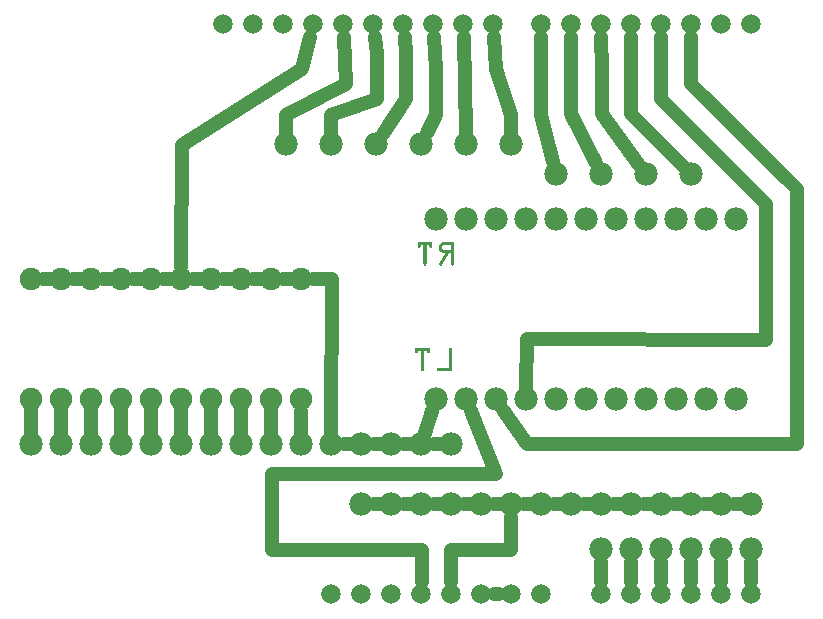
<source format=gbl>
G04 MADE WITH FRITZING*
G04 WWW.FRITZING.ORG*
G04 SINGLE SIDED*
G04 HOLES NOT PLATED*
G04 CONTOUR ON CENTER OF CONTOUR VECTOR*
%ASAXBY*%
%FSLAX23Y23*%
%MOIN*%
%OFA0B0*%
%SFA1.0B1.0*%
%ADD10C,0.075000*%
%ADD11C,0.078000*%
%ADD12C,0.065278*%
%ADD13C,0.048000*%
%ADD14R,0.001000X0.001000*%
%LNCOPPER0*%
G90*
G70*
G54D10*
X1009Y1154D03*
X1009Y754D03*
G54D11*
X959Y1604D03*
X2509Y254D03*
X2409Y254D03*
G54D10*
X609Y1154D03*
X609Y754D03*
X909Y1154D03*
X909Y754D03*
X809Y1154D03*
X809Y754D03*
X709Y1154D03*
X709Y754D03*
X509Y1154D03*
X509Y754D03*
X409Y1154D03*
X409Y754D03*
X309Y1154D03*
X309Y754D03*
X209Y1154D03*
X209Y754D03*
X109Y1154D03*
X109Y754D03*
G54D11*
X2309Y254D03*
X2209Y254D03*
X2109Y254D03*
X2009Y254D03*
X1109Y1604D03*
X1259Y1604D03*
X1409Y1604D03*
X1559Y1604D03*
X1709Y1604D03*
X1859Y1504D03*
X2009Y1504D03*
X2159Y1504D03*
X2309Y1504D03*
X109Y604D03*
X209Y604D03*
X309Y604D03*
X409Y604D03*
X509Y604D03*
X609Y604D03*
X709Y604D03*
X809Y604D03*
X909Y604D03*
X1009Y604D03*
X1109Y604D03*
X1209Y604D03*
X1309Y604D03*
X1409Y604D03*
X1509Y604D03*
X2509Y404D03*
X2409Y404D03*
X2309Y404D03*
X2209Y404D03*
X2109Y404D03*
X2009Y404D03*
X1909Y404D03*
X1809Y404D03*
X1709Y404D03*
X1609Y404D03*
X1509Y404D03*
X1409Y404D03*
X1309Y404D03*
X1209Y404D03*
X2459Y1354D03*
X2359Y1354D03*
X2259Y1354D03*
X2159Y1354D03*
X2059Y1354D03*
X1959Y1354D03*
X1859Y1354D03*
X1759Y1354D03*
X1659Y1354D03*
X1559Y1354D03*
X1459Y1354D03*
X1459Y754D03*
X1559Y754D03*
X1659Y754D03*
X1759Y754D03*
X1859Y754D03*
X1959Y754D03*
X2059Y754D03*
X2159Y754D03*
X2259Y754D03*
X2359Y754D03*
X2459Y754D03*
G54D12*
X2109Y104D03*
X2209Y104D03*
X2309Y104D03*
X2409Y104D03*
X2509Y104D03*
X1649Y2004D03*
X1549Y2004D03*
X1449Y2004D03*
X1349Y2004D03*
X1249Y2004D03*
X1149Y2004D03*
X1049Y2004D03*
X949Y2004D03*
X849Y2004D03*
X749Y2004D03*
X2509Y2004D03*
X2409Y2004D03*
X2309Y2004D03*
X2209Y2004D03*
X2109Y2004D03*
X2009Y2004D03*
X1909Y2004D03*
X1809Y2004D03*
X1209Y104D03*
X1109Y104D03*
X1309Y104D03*
X1409Y104D03*
X1509Y104D03*
X1609Y104D03*
X1709Y104D03*
X1809Y104D03*
X2009Y104D03*
G54D13*
X1410Y253D02*
X1410Y146D01*
D02*
X910Y253D02*
X1410Y253D01*
D02*
X910Y505D02*
X910Y253D01*
D02*
X1658Y505D02*
X910Y505D01*
D02*
X1575Y715D02*
X1658Y505D01*
D02*
X959Y1702D02*
X959Y1645D01*
D02*
X1158Y1804D02*
X959Y1702D01*
D02*
X1151Y1961D02*
X1158Y1804D01*
D02*
X611Y1602D02*
X1011Y1854D01*
D02*
X1011Y1854D02*
X1039Y1963D01*
D02*
X609Y1194D02*
X611Y1602D01*
D02*
X2409Y146D02*
X2409Y213D01*
D02*
X2509Y146D02*
X2509Y213D01*
D02*
X949Y1154D02*
X970Y1154D01*
D02*
X1009Y645D02*
X1009Y714D01*
D02*
X1110Y1155D02*
X1049Y1154D01*
D02*
X1109Y645D02*
X1110Y1155D01*
D02*
X1446Y715D02*
X1422Y643D01*
D02*
X1268Y604D02*
X1251Y604D01*
D02*
X1168Y604D02*
X1151Y604D01*
D02*
X1368Y604D02*
X1351Y604D01*
D02*
X1468Y404D02*
X1451Y404D01*
D02*
X1368Y404D02*
X1351Y404D01*
D02*
X1268Y404D02*
X1251Y404D01*
D02*
X2108Y1704D02*
X2109Y1961D01*
D02*
X2280Y1533D02*
X2108Y1704D01*
D02*
X2010Y1855D02*
X2009Y1961D01*
D02*
X2010Y1704D02*
X2010Y1855D01*
D02*
X2135Y1537D02*
X2010Y1704D01*
D02*
X1908Y1855D02*
X1909Y1961D01*
D02*
X1908Y1704D02*
X1908Y1855D01*
D02*
X1991Y1541D02*
X1908Y1704D01*
D02*
X1809Y1855D02*
X1809Y1961D01*
D02*
X1809Y1702D02*
X1809Y1855D01*
D02*
X1849Y1544D02*
X1809Y1702D01*
D02*
X1658Y1855D02*
X1652Y1961D01*
D02*
X1708Y1702D02*
X1658Y1855D01*
D02*
X1709Y1645D02*
X1708Y1702D01*
D02*
X1558Y1645D02*
X1550Y1961D01*
D02*
X1458Y1855D02*
X1452Y1961D01*
D02*
X1459Y1702D02*
X1458Y1855D01*
D02*
X1428Y1641D02*
X1459Y1702D01*
D02*
X1359Y1904D02*
X1354Y1962D01*
D02*
X1358Y1755D02*
X1359Y1904D01*
D02*
X1282Y1638D02*
X1358Y1755D01*
D02*
X1109Y1702D02*
X1109Y1645D01*
D02*
X1260Y1755D02*
X1109Y1702D01*
D02*
X1261Y1904D02*
X1260Y1755D01*
D02*
X1254Y1962D02*
X1261Y1904D01*
D02*
X1652Y104D02*
X1667Y104D01*
D02*
X1508Y253D02*
X1509Y146D01*
D02*
X1708Y253D02*
X1508Y253D01*
D02*
X1709Y363D02*
X1708Y253D01*
D02*
X2309Y213D02*
X2309Y146D01*
D02*
X2209Y213D02*
X2209Y146D01*
D02*
X149Y1154D02*
X170Y1154D01*
D02*
X249Y1154D02*
X270Y1154D01*
D02*
X349Y1154D02*
X370Y1154D01*
D02*
X449Y1154D02*
X470Y1154D01*
D02*
X549Y1154D02*
X570Y1154D01*
D02*
X649Y1154D02*
X670Y1154D01*
D02*
X749Y1154D02*
X770Y1154D01*
D02*
X849Y1154D02*
X870Y1154D01*
D02*
X1551Y404D02*
X1568Y404D01*
D02*
X1651Y404D02*
X1668Y404D01*
D02*
X1768Y404D02*
X1751Y404D01*
D02*
X1868Y404D02*
X1851Y404D01*
D02*
X1968Y404D02*
X1951Y404D01*
D02*
X2068Y404D02*
X2051Y404D01*
D02*
X2168Y404D02*
X2151Y404D01*
D02*
X2268Y404D02*
X2251Y404D01*
D02*
X2368Y404D02*
X2351Y404D01*
D02*
X2468Y404D02*
X2451Y404D01*
D02*
X2009Y146D02*
X2009Y213D01*
D02*
X2109Y146D02*
X2109Y213D01*
D02*
X2558Y953D02*
X2558Y1405D01*
D02*
X2558Y1405D02*
X2208Y1755D01*
D02*
X2208Y1755D02*
X2209Y1961D01*
D02*
X1760Y955D02*
X2558Y953D01*
D02*
X1759Y795D02*
X1760Y955D01*
D02*
X2660Y604D02*
X2660Y1454D01*
D02*
X2660Y1454D02*
X2308Y1805D01*
D02*
X2308Y1805D02*
X2309Y1961D01*
D02*
X1760Y604D02*
X2660Y604D01*
D02*
X1682Y720D02*
X1760Y604D01*
D02*
X1468Y604D02*
X1451Y604D01*
D02*
X509Y725D02*
X509Y634D01*
D02*
X209Y725D02*
X209Y634D01*
D02*
X709Y725D02*
X709Y634D01*
D02*
X109Y634D02*
X109Y725D01*
D02*
X409Y725D02*
X409Y634D01*
D02*
X609Y725D02*
X609Y634D01*
D02*
X809Y725D02*
X809Y634D01*
D02*
X309Y725D02*
X309Y634D01*
D02*
X909Y725D02*
X909Y634D01*
G54D14*
X1397Y1278D02*
X1445Y1278D01*
X1483Y1278D02*
X1517Y1278D01*
X1397Y1277D02*
X1445Y1277D01*
X1478Y1277D02*
X1518Y1277D01*
X1397Y1276D02*
X1445Y1276D01*
X1477Y1276D02*
X1518Y1276D01*
X1397Y1275D02*
X1445Y1275D01*
X1475Y1275D02*
X1518Y1275D01*
X1397Y1274D02*
X1445Y1274D01*
X1474Y1274D02*
X1518Y1274D01*
X1397Y1273D02*
X1445Y1273D01*
X1473Y1273D02*
X1518Y1273D01*
X1397Y1272D02*
X1445Y1272D01*
X1472Y1272D02*
X1518Y1272D01*
X1397Y1271D02*
X1445Y1271D01*
X1471Y1271D02*
X1518Y1271D01*
X1397Y1270D02*
X1445Y1270D01*
X1471Y1270D02*
X1518Y1270D01*
X1397Y1269D02*
X1445Y1269D01*
X1470Y1269D02*
X1518Y1269D01*
X1397Y1268D02*
X1445Y1268D01*
X1470Y1268D02*
X1518Y1268D01*
X1397Y1267D02*
X1406Y1267D01*
X1416Y1267D02*
X1426Y1267D01*
X1436Y1267D02*
X1445Y1267D01*
X1469Y1267D02*
X1480Y1267D01*
X1508Y1267D02*
X1518Y1267D01*
X1397Y1266D02*
X1406Y1266D01*
X1416Y1266D02*
X1426Y1266D01*
X1436Y1266D02*
X1445Y1266D01*
X1469Y1266D02*
X1479Y1266D01*
X1508Y1266D02*
X1518Y1266D01*
X1397Y1265D02*
X1406Y1265D01*
X1416Y1265D02*
X1426Y1265D01*
X1436Y1265D02*
X1445Y1265D01*
X1469Y1265D02*
X1478Y1265D01*
X1508Y1265D02*
X1518Y1265D01*
X1397Y1264D02*
X1406Y1264D01*
X1416Y1264D02*
X1426Y1264D01*
X1436Y1264D02*
X1445Y1264D01*
X1469Y1264D02*
X1478Y1264D01*
X1508Y1264D02*
X1518Y1264D01*
X1397Y1263D02*
X1405Y1263D01*
X1416Y1263D02*
X1426Y1263D01*
X1437Y1263D02*
X1445Y1263D01*
X1469Y1263D02*
X1478Y1263D01*
X1508Y1263D02*
X1518Y1263D01*
X1397Y1262D02*
X1405Y1262D01*
X1416Y1262D02*
X1426Y1262D01*
X1437Y1262D02*
X1445Y1262D01*
X1469Y1262D02*
X1478Y1262D01*
X1508Y1262D02*
X1518Y1262D01*
X1398Y1261D02*
X1404Y1261D01*
X1416Y1261D02*
X1426Y1261D01*
X1438Y1261D02*
X1444Y1261D01*
X1469Y1261D02*
X1478Y1261D01*
X1508Y1261D02*
X1518Y1261D01*
X1399Y1260D02*
X1403Y1260D01*
X1416Y1260D02*
X1426Y1260D01*
X1439Y1260D02*
X1442Y1260D01*
X1469Y1260D02*
X1478Y1260D01*
X1508Y1260D02*
X1518Y1260D01*
X1416Y1259D02*
X1426Y1259D01*
X1469Y1259D02*
X1478Y1259D01*
X1508Y1259D02*
X1518Y1259D01*
X1416Y1258D02*
X1426Y1258D01*
X1469Y1258D02*
X1478Y1258D01*
X1508Y1258D02*
X1518Y1258D01*
X1416Y1257D02*
X1426Y1257D01*
X1469Y1257D02*
X1478Y1257D01*
X1508Y1257D02*
X1518Y1257D01*
X1416Y1256D02*
X1426Y1256D01*
X1469Y1256D02*
X1478Y1256D01*
X1508Y1256D02*
X1518Y1256D01*
X1416Y1255D02*
X1426Y1255D01*
X1469Y1255D02*
X1479Y1255D01*
X1508Y1255D02*
X1518Y1255D01*
X1416Y1254D02*
X1426Y1254D01*
X1469Y1254D02*
X1480Y1254D01*
X1508Y1254D02*
X1518Y1254D01*
X1416Y1253D02*
X1426Y1253D01*
X1470Y1253D02*
X1481Y1253D01*
X1508Y1253D02*
X1518Y1253D01*
X1416Y1252D02*
X1426Y1252D01*
X1470Y1252D02*
X1518Y1252D01*
X1416Y1251D02*
X1426Y1251D01*
X1470Y1251D02*
X1518Y1251D01*
X1416Y1250D02*
X1426Y1250D01*
X1471Y1250D02*
X1518Y1250D01*
X1416Y1249D02*
X1426Y1249D01*
X1472Y1249D02*
X1518Y1249D01*
X1416Y1248D02*
X1426Y1248D01*
X1472Y1248D02*
X1518Y1248D01*
X1416Y1247D02*
X1426Y1247D01*
X1473Y1247D02*
X1518Y1247D01*
X1416Y1246D02*
X1426Y1246D01*
X1475Y1246D02*
X1518Y1246D01*
X1416Y1245D02*
X1426Y1245D01*
X1476Y1245D02*
X1518Y1245D01*
X1416Y1244D02*
X1426Y1244D01*
X1478Y1244D02*
X1518Y1244D01*
X1416Y1243D02*
X1426Y1243D01*
X1480Y1243D02*
X1518Y1243D01*
X1416Y1242D02*
X1426Y1242D01*
X1490Y1242D02*
X1500Y1242D01*
X1508Y1242D02*
X1518Y1242D01*
X1416Y1241D02*
X1426Y1241D01*
X1489Y1241D02*
X1500Y1241D01*
X1508Y1241D02*
X1518Y1241D01*
X1416Y1240D02*
X1426Y1240D01*
X1488Y1240D02*
X1499Y1240D01*
X1508Y1240D02*
X1518Y1240D01*
X1416Y1239D02*
X1426Y1239D01*
X1488Y1239D02*
X1499Y1239D01*
X1508Y1239D02*
X1518Y1239D01*
X1416Y1238D02*
X1426Y1238D01*
X1487Y1238D02*
X1498Y1238D01*
X1508Y1238D02*
X1518Y1238D01*
X1416Y1237D02*
X1426Y1237D01*
X1487Y1237D02*
X1497Y1237D01*
X1508Y1237D02*
X1518Y1237D01*
X1416Y1236D02*
X1426Y1236D01*
X1486Y1236D02*
X1497Y1236D01*
X1508Y1236D02*
X1518Y1236D01*
X1416Y1235D02*
X1426Y1235D01*
X1485Y1235D02*
X1496Y1235D01*
X1508Y1235D02*
X1518Y1235D01*
X1416Y1234D02*
X1426Y1234D01*
X1485Y1234D02*
X1496Y1234D01*
X1508Y1234D02*
X1518Y1234D01*
X1416Y1233D02*
X1426Y1233D01*
X1484Y1233D02*
X1495Y1233D01*
X1508Y1233D02*
X1518Y1233D01*
X1416Y1232D02*
X1426Y1232D01*
X1484Y1232D02*
X1494Y1232D01*
X1508Y1232D02*
X1518Y1232D01*
X1416Y1231D02*
X1426Y1231D01*
X1483Y1231D02*
X1494Y1231D01*
X1508Y1231D02*
X1518Y1231D01*
X1416Y1230D02*
X1426Y1230D01*
X1483Y1230D02*
X1493Y1230D01*
X1508Y1230D02*
X1518Y1230D01*
X1416Y1229D02*
X1426Y1229D01*
X1482Y1229D02*
X1493Y1229D01*
X1508Y1229D02*
X1518Y1229D01*
X1416Y1228D02*
X1426Y1228D01*
X1481Y1228D02*
X1492Y1228D01*
X1508Y1228D02*
X1518Y1228D01*
X1416Y1227D02*
X1426Y1227D01*
X1481Y1227D02*
X1492Y1227D01*
X1508Y1227D02*
X1518Y1227D01*
X1416Y1226D02*
X1426Y1226D01*
X1480Y1226D02*
X1491Y1226D01*
X1508Y1226D02*
X1518Y1226D01*
X1416Y1225D02*
X1426Y1225D01*
X1480Y1225D02*
X1490Y1225D01*
X1508Y1225D02*
X1518Y1225D01*
X1416Y1224D02*
X1426Y1224D01*
X1479Y1224D02*
X1490Y1224D01*
X1508Y1224D02*
X1518Y1224D01*
X1416Y1223D02*
X1426Y1223D01*
X1478Y1223D02*
X1489Y1223D01*
X1508Y1223D02*
X1518Y1223D01*
X1416Y1222D02*
X1426Y1222D01*
X1478Y1222D02*
X1489Y1222D01*
X1508Y1222D02*
X1518Y1222D01*
X1416Y1221D02*
X1426Y1221D01*
X1477Y1221D02*
X1488Y1221D01*
X1508Y1221D02*
X1518Y1221D01*
X1416Y1220D02*
X1426Y1220D01*
X1477Y1220D02*
X1487Y1220D01*
X1508Y1220D02*
X1518Y1220D01*
X1416Y1219D02*
X1426Y1219D01*
X1476Y1219D02*
X1487Y1219D01*
X1508Y1219D02*
X1518Y1219D01*
X1416Y1218D02*
X1426Y1218D01*
X1476Y1218D02*
X1486Y1218D01*
X1508Y1218D02*
X1518Y1218D01*
X1416Y1217D02*
X1426Y1217D01*
X1475Y1217D02*
X1486Y1217D01*
X1508Y1217D02*
X1518Y1217D01*
X1416Y1216D02*
X1426Y1216D01*
X1474Y1216D02*
X1485Y1216D01*
X1508Y1216D02*
X1518Y1216D01*
X1416Y1215D02*
X1426Y1215D01*
X1474Y1215D02*
X1485Y1215D01*
X1508Y1215D02*
X1518Y1215D01*
X1416Y1214D02*
X1426Y1214D01*
X1473Y1214D02*
X1484Y1214D01*
X1508Y1214D02*
X1518Y1214D01*
X1416Y1213D02*
X1426Y1213D01*
X1473Y1213D02*
X1483Y1213D01*
X1508Y1213D02*
X1518Y1213D01*
X1416Y1212D02*
X1426Y1212D01*
X1472Y1212D02*
X1483Y1212D01*
X1508Y1212D02*
X1518Y1212D01*
X1416Y1211D02*
X1426Y1211D01*
X1471Y1211D02*
X1482Y1211D01*
X1508Y1211D02*
X1518Y1211D01*
X1416Y1210D02*
X1426Y1210D01*
X1471Y1210D02*
X1482Y1210D01*
X1508Y1210D02*
X1518Y1210D01*
X1416Y1209D02*
X1426Y1209D01*
X1470Y1209D02*
X1481Y1209D01*
X1508Y1209D02*
X1518Y1209D01*
X1416Y1208D02*
X1426Y1208D01*
X1470Y1208D02*
X1480Y1208D01*
X1508Y1208D02*
X1518Y1208D01*
X1416Y1207D02*
X1426Y1207D01*
X1469Y1207D02*
X1480Y1207D01*
X1508Y1207D02*
X1518Y1207D01*
X1416Y1206D02*
X1426Y1206D01*
X1469Y1206D02*
X1479Y1206D01*
X1508Y1206D02*
X1518Y1206D01*
X1416Y1205D02*
X1425Y1205D01*
X1469Y1205D02*
X1479Y1205D01*
X1509Y1205D02*
X1518Y1205D01*
X1417Y1204D02*
X1425Y1204D01*
X1469Y1204D02*
X1478Y1204D01*
X1509Y1204D02*
X1517Y1204D01*
X1417Y1203D02*
X1425Y1203D01*
X1469Y1203D02*
X1478Y1203D01*
X1509Y1203D02*
X1517Y1203D01*
X1418Y1202D02*
X1424Y1202D01*
X1470Y1202D02*
X1477Y1202D01*
X1510Y1202D02*
X1516Y1202D01*
X1419Y1201D02*
X1423Y1201D01*
X1471Y1201D02*
X1476Y1201D01*
X1511Y1201D02*
X1515Y1201D01*
X1389Y926D02*
X1438Y926D01*
X1504Y926D02*
X1508Y926D01*
X1389Y925D02*
X1438Y925D01*
X1503Y925D02*
X1509Y925D01*
X1389Y924D02*
X1438Y924D01*
X1502Y924D02*
X1510Y924D01*
X1389Y923D02*
X1438Y923D01*
X1502Y923D02*
X1510Y923D01*
X1389Y922D02*
X1438Y922D01*
X1501Y922D02*
X1510Y922D01*
X1389Y921D02*
X1438Y921D01*
X1501Y921D02*
X1510Y921D01*
X1389Y920D02*
X1438Y920D01*
X1501Y920D02*
X1510Y920D01*
X1389Y919D02*
X1438Y919D01*
X1501Y919D02*
X1510Y919D01*
X1389Y918D02*
X1438Y918D01*
X1501Y918D02*
X1510Y918D01*
X1389Y917D02*
X1438Y917D01*
X1501Y917D02*
X1510Y917D01*
X1389Y916D02*
X1399Y916D01*
X1409Y916D02*
X1418Y916D01*
X1429Y916D02*
X1438Y916D01*
X1501Y916D02*
X1510Y916D01*
X1389Y915D02*
X1399Y915D01*
X1409Y915D02*
X1418Y915D01*
X1429Y915D02*
X1438Y915D01*
X1501Y915D02*
X1510Y915D01*
X1389Y914D02*
X1399Y914D01*
X1409Y914D02*
X1418Y914D01*
X1429Y914D02*
X1438Y914D01*
X1501Y914D02*
X1510Y914D01*
X1390Y913D02*
X1398Y913D01*
X1409Y913D02*
X1418Y913D01*
X1429Y913D02*
X1438Y913D01*
X1501Y913D02*
X1510Y913D01*
X1390Y912D02*
X1398Y912D01*
X1409Y912D02*
X1418Y912D01*
X1429Y912D02*
X1438Y912D01*
X1501Y912D02*
X1510Y912D01*
X1390Y911D02*
X1398Y911D01*
X1409Y911D02*
X1418Y911D01*
X1430Y911D02*
X1438Y911D01*
X1501Y911D02*
X1510Y911D01*
X1391Y910D02*
X1397Y910D01*
X1409Y910D02*
X1418Y910D01*
X1431Y910D02*
X1437Y910D01*
X1501Y910D02*
X1510Y910D01*
X1392Y909D02*
X1396Y909D01*
X1409Y909D02*
X1418Y909D01*
X1432Y909D02*
X1436Y909D01*
X1501Y909D02*
X1510Y909D01*
X1409Y908D02*
X1418Y908D01*
X1501Y908D02*
X1510Y908D01*
X1409Y907D02*
X1418Y907D01*
X1501Y907D02*
X1510Y907D01*
X1409Y906D02*
X1418Y906D01*
X1501Y906D02*
X1510Y906D01*
X1409Y905D02*
X1418Y905D01*
X1501Y905D02*
X1510Y905D01*
X1409Y904D02*
X1418Y904D01*
X1501Y904D02*
X1510Y904D01*
X1409Y903D02*
X1418Y903D01*
X1501Y903D02*
X1510Y903D01*
X1409Y902D02*
X1418Y902D01*
X1501Y902D02*
X1510Y902D01*
X1409Y901D02*
X1418Y901D01*
X1501Y901D02*
X1510Y901D01*
X1409Y900D02*
X1418Y900D01*
X1501Y900D02*
X1510Y900D01*
X1409Y899D02*
X1418Y899D01*
X1501Y899D02*
X1510Y899D01*
X1409Y898D02*
X1418Y898D01*
X1501Y898D02*
X1510Y898D01*
X1409Y897D02*
X1418Y897D01*
X1501Y897D02*
X1510Y897D01*
X1409Y896D02*
X1418Y896D01*
X1501Y896D02*
X1510Y896D01*
X1409Y895D02*
X1418Y895D01*
X1501Y895D02*
X1510Y895D01*
X1409Y894D02*
X1418Y894D01*
X1501Y894D02*
X1510Y894D01*
X1409Y893D02*
X1418Y893D01*
X1501Y893D02*
X1510Y893D01*
X1409Y892D02*
X1418Y892D01*
X1501Y892D02*
X1510Y892D01*
X1409Y891D02*
X1418Y891D01*
X1501Y891D02*
X1510Y891D01*
X1409Y890D02*
X1418Y890D01*
X1501Y890D02*
X1510Y890D01*
X1409Y889D02*
X1418Y889D01*
X1501Y889D02*
X1510Y889D01*
X1409Y888D02*
X1418Y888D01*
X1501Y888D02*
X1510Y888D01*
X1409Y887D02*
X1418Y887D01*
X1501Y887D02*
X1510Y887D01*
X1409Y886D02*
X1418Y886D01*
X1501Y886D02*
X1510Y886D01*
X1409Y885D02*
X1418Y885D01*
X1501Y885D02*
X1510Y885D01*
X1409Y884D02*
X1418Y884D01*
X1501Y884D02*
X1510Y884D01*
X1409Y883D02*
X1418Y883D01*
X1501Y883D02*
X1510Y883D01*
X1409Y882D02*
X1418Y882D01*
X1501Y882D02*
X1510Y882D01*
X1409Y881D02*
X1418Y881D01*
X1501Y881D02*
X1510Y881D01*
X1409Y880D02*
X1418Y880D01*
X1501Y880D02*
X1510Y880D01*
X1409Y879D02*
X1418Y879D01*
X1501Y879D02*
X1510Y879D01*
X1409Y878D02*
X1418Y878D01*
X1501Y878D02*
X1510Y878D01*
X1409Y877D02*
X1418Y877D01*
X1501Y877D02*
X1510Y877D01*
X1409Y876D02*
X1418Y876D01*
X1501Y876D02*
X1510Y876D01*
X1409Y875D02*
X1418Y875D01*
X1501Y875D02*
X1510Y875D01*
X1409Y874D02*
X1418Y874D01*
X1501Y874D02*
X1510Y874D01*
X1409Y873D02*
X1418Y873D01*
X1501Y873D02*
X1510Y873D01*
X1409Y872D02*
X1418Y872D01*
X1501Y872D02*
X1510Y872D01*
X1409Y871D02*
X1418Y871D01*
X1501Y871D02*
X1510Y871D01*
X1409Y870D02*
X1418Y870D01*
X1501Y870D02*
X1510Y870D01*
X1409Y869D02*
X1418Y869D01*
X1501Y869D02*
X1510Y869D01*
X1409Y868D02*
X1418Y868D01*
X1501Y868D02*
X1510Y868D01*
X1409Y867D02*
X1418Y867D01*
X1501Y867D02*
X1510Y867D01*
X1409Y866D02*
X1418Y866D01*
X1501Y866D02*
X1510Y866D01*
X1409Y865D02*
X1418Y865D01*
X1501Y865D02*
X1510Y865D01*
X1409Y864D02*
X1418Y864D01*
X1501Y864D02*
X1510Y864D01*
X1409Y863D02*
X1418Y863D01*
X1501Y863D02*
X1510Y863D01*
X1409Y862D02*
X1418Y862D01*
X1501Y862D02*
X1510Y862D01*
X1409Y861D02*
X1418Y861D01*
X1501Y861D02*
X1510Y861D01*
X1409Y860D02*
X1418Y860D01*
X1501Y860D02*
X1510Y860D01*
X1409Y859D02*
X1418Y859D01*
X1467Y859D02*
X1510Y859D01*
X1409Y858D02*
X1418Y858D01*
X1464Y858D02*
X1510Y858D01*
X1409Y857D02*
X1418Y857D01*
X1463Y857D02*
X1510Y857D01*
X1409Y856D02*
X1418Y856D01*
X1462Y856D02*
X1510Y856D01*
X1409Y855D02*
X1418Y855D01*
X1462Y855D02*
X1510Y855D01*
X1409Y854D02*
X1418Y854D01*
X1462Y854D02*
X1510Y854D01*
X1410Y853D02*
X1418Y853D01*
X1462Y853D02*
X1510Y853D01*
X1410Y852D02*
X1418Y852D01*
X1462Y852D02*
X1510Y852D01*
X1410Y851D02*
X1417Y851D01*
X1463Y851D02*
X1510Y851D01*
X1411Y850D02*
X1416Y850D01*
X1464Y850D02*
X1510Y850D01*
X1414Y849D02*
X1414Y849D01*
X1466Y849D02*
X1510Y849D01*
D02*
G04 End of Copper0*
M02*
</source>
